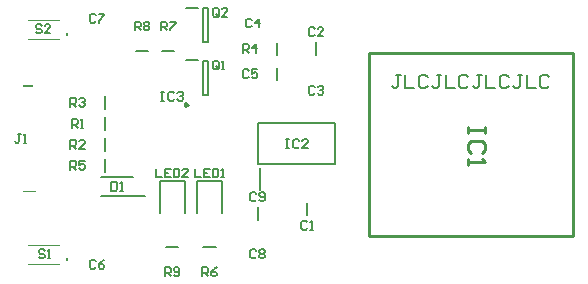
<source format=gto>
%FSTAX23Y23*%
%MOIN*%
%SFA1B1*%

%IPPOS*%
%ADD10C,0.009840*%
%ADD11C,0.007870*%
%ADD12C,0.003940*%
%ADD13C,0.010000*%
%ADD14C,0.007500*%
%ADD15C,0.005000*%
%LNesp32-hwe-1*%
%LPD*%
G54D10*
X00677Y00722D02*
X00669Y00727D01*
Y00718*
X00677Y00722*
G54D11*
X00275Y00205D02*
Y00213D01*
Y00205*
Y00963D02*
Y00955D01*
Y00963*
X00975Y00804D02*
Y00845D01*
X01075Y00354D02*
Y00395D01*
X00604Y00247D02*
X00645D01*
X00389Y00418D02*
X00534D01*
X00389Y00481D02*
X00494D01*
X0091Y00339D02*
Y0038D01*
X00726Y00869D02*
X00743D01*
Y00755D02*
Y00869D01*
X00726Y00755D02*
X00743D01*
X00726D02*
Y00869D01*
X00671Y00871D02*
X00712D01*
X004Y00639D02*
Y0068D01*
Y00569D02*
Y0061D01*
X00918Y00439D02*
Y0051D01*
X00912Y00524D02*
X01168D01*
Y00662*
X00912D02*
X01168D01*
X00912Y00524D02*
Y00662D01*
X00975Y00887D02*
Y00929D01*
X01105Y00889D02*
Y0093D01*
X00729Y00247D02*
X0077D01*
X00591Y009D02*
X00632D01*
X00504D02*
X00545D01*
X00726Y01044D02*
X00743D01*
Y0093D02*
Y01044D01*
X00726Y0093D02*
X00743D01*
X00726D02*
Y01044D01*
X00671Y01046D02*
X00712D01*
X004Y00499D02*
Y0054D01*
Y00709D02*
Y0075D01*
X00583Y00362D02*
Y00468D01*
X00666*
Y00362D02*
Y00468D01*
X00708Y00362D02*
Y00468D01*
X00791*
Y00362D02*
Y00468D01*
G54D12*
X00144Y00256D02*
X00248D01*
X00145Y00193D02*
X00247D01*
X00145Y00943D02*
X00247D01*
X00144Y01006D02*
X00248D01*
X00127Y00434D02*
X00167D01*
X00127D02*
X00167D01*
X00127Y00786D02*
X00157D01*
X00127D02*
Y00787D01*
X00157*
Y00786D02*
Y00787D01*
G54D13*
X0128Y00285D02*
X0196D01*
Y00895*
X0128D02*
X0196D01*
X0128Y00285D02*
Y00895D01*
X01669Y00649D02*
Y00629D01*
Y00639*
X0161*
Y00649*
Y00629*
X01659Y0056D02*
X01669Y0057D01*
Y0059*
X01659Y006*
X0162*
X0161Y0059*
Y0057*
X0162Y0056*
X0161Y0054D02*
Y0052D01*
Y0053*
X01669*
X01659Y0054*
G54D14*
X01387Y00822D02*
X01372D01*
X01379*
Y00785*
X01372Y00777*
X01365*
X01357Y00785*
X01402Y00822D02*
Y00777D01*
X01432*
X01477Y00814D02*
X01469Y00822D01*
X01454*
X01447Y00814*
Y00785*
X01454Y00777*
X01469*
X01477Y00785*
X01522Y00822D02*
X01507D01*
X01514*
Y00785*
X01507Y00777*
X01499*
X01492Y00785*
X01537Y00822D02*
Y00777D01*
X01567*
X01612Y00814D02*
X01604Y00822D01*
X01589*
X01582Y00814*
Y00785*
X01589Y00777*
X01604*
X01612Y00785*
X01657Y00822D02*
X01642D01*
X01649*
Y00785*
X01642Y00777*
X01634*
X01627Y00785*
X01672Y00822D02*
Y00777D01*
X01702*
X01747Y00814D02*
X01739Y00822D01*
X01724*
X01717Y00814*
Y00785*
X01724Y00777*
X01739*
X01747Y00785*
X01792Y00822D02*
X01777D01*
X01784*
Y00785*
X01777Y00777*
X01769*
X01762Y00785*
X01807Y00822D02*
Y00777D01*
X01837*
X01882Y00814D02*
X01874Y00822D01*
X01859*
X01852Y00814*
Y00785*
X01859Y00777*
X01874*
X01882Y00785*
G54D15*
X00285Y00575D02*
Y00605D01*
X003*
X00305Y006*
Y0059*
X003Y00585*
X00285*
X00295D02*
X00305Y00575D01*
X00334D02*
X00315D01*
X00334Y00595*
Y006*
X00329Y00605*
X0032*
X00315Y006*
X0029Y00645D02*
Y00675D01*
X00305*
X0031Y0067*
Y0066*
X00305Y00655*
X0029*
X003D02*
X0031Y00645D01*
X0032D02*
X00329D01*
X00325*
Y00675*
X0032Y0067*
X00587Y00764D02*
X00597D01*
X00592*
Y00735*
X00587*
X00597*
X00632Y0076D02*
X00627Y00764D01*
X00617*
X00612Y0076*
Y0074*
X00617Y00735*
X00627*
X00632Y0074*
X00642Y0076D02*
X00647Y00764D01*
X00657*
X00662Y0076*
Y00755*
X00657Y0075*
X00652*
X00657*
X00662Y00745*
Y0074*
X00657Y00735*
X00647*
X00642Y0074*
X0088Y00835D02*
X00875Y0084D01*
X00865*
X0086Y00835*
Y00815*
X00865Y0081*
X00875*
X0088Y00815*
X00909Y0084D02*
X0089D01*
Y00825*
X009Y0083*
X00904*
X00909Y00825*
Y00815*
X00904Y0081*
X00895*
X0089Y00815*
Y01005D02*
X00885Y01009D01*
X00875*
X0087Y01005*
Y00985*
X00875Y0098*
X00885*
X0089Y00985*
X00914Y0098D02*
Y01009D01*
X009Y00995*
X00919*
X006Y0015D02*
Y0018D01*
X00615*
X0062Y00175*
Y00165*
X00615Y0016*
X006*
X0061D02*
X0062Y0015D01*
X0063Y00155D02*
X00635Y0015D01*
X00644*
X00649Y00155*
Y00175*
X00644Y0018*
X00635*
X0063Y00175*
Y0017*
X00635Y00165*
X00649*
X0012Y00624D02*
X0011D01*
X00115*
Y006*
X0011Y00595*
X00105*
X001Y006*
X0013Y00595D02*
X00139D01*
X00134*
Y00624*
X0013Y0062*
X0019Y00985D02*
X00185Y0099D01*
X00175*
X0017Y00985*
Y0098*
X00175Y00975*
X00185*
X0019Y0097*
Y00965*
X00185Y0096*
X00175*
X0017Y00965*
X00219Y0096D02*
X002D01*
X00219Y0098*
Y00985*
X00214Y0099*
X00205*
X002Y00985*
Y00235D02*
X00195Y0024D01*
X00185*
X0018Y00235*
Y0023*
X00185Y00225*
X00195*
X002Y0022*
Y00215*
X00195Y0021*
X00185*
X0018Y00215*
X0021Y0021D02*
X00219D01*
X00214*
Y0024*
X0021Y00235*
X005Y0097D02*
Y00999D01*
X00515*
X0052Y00995*
Y00985*
X00515Y0098*
X005*
X0051D02*
X0052Y0097D01*
X0053Y00995D02*
X00535Y00999D01*
X00544*
X00549Y00995*
Y0099*
X00544Y00985*
X00549Y0098*
Y00975*
X00544Y0097*
X00535*
X0053Y00975*
Y0098*
X00535Y00985*
X0053Y0099*
Y00995*
X00535Y00985D02*
X00544D01*
X00586Y0097D02*
Y00999D01*
X00601*
X00606Y00995*
Y00985*
X00601Y0098*
X00586*
X00596D02*
X00606Y0097D01*
X00616Y00999D02*
X00636D01*
Y00995*
X00616Y00975*
Y0097*
X00725Y0015D02*
Y0018D01*
X0074*
X00745Y00175*
Y00165*
X0074Y0016*
X00725*
X00735D02*
X00745Y0015D01*
X00774Y0018D02*
X00764Y00175D01*
X00755Y00165*
Y00155*
X0076Y0015*
X00769*
X00774Y00155*
Y0016*
X00769Y00165*
X00755*
X00285Y00715D02*
Y00744D01*
X003*
X00305Y0074*
Y0073*
X003Y00725*
X00285*
X00295D02*
X00305Y00715D01*
X00315Y0074D02*
X0032Y00744D01*
X00329*
X00334Y0074*
Y00735*
X00329Y0073*
X00325*
X00329*
X00334Y00725*
Y0072*
X00329Y00715*
X0032*
X00315Y0072*
X00285Y00505D02*
Y00535D01*
X003*
X00305Y0053*
Y0052*
X003Y00515*
X00285*
X00295D02*
X00305Y00505D01*
X00334Y00535D02*
X00315D01*
Y0052*
X00325Y00525*
X00329*
X00334Y0052*
Y0051*
X00329Y00505*
X0032*
X00315Y0051*
X0086Y00895D02*
Y00925D01*
X00875*
X0088Y0092*
Y0091*
X00875Y00905*
X0086*
X0087D02*
X0088Y00895D01*
X00904D02*
Y00925D01*
X0089Y0091*
X00909*
X0078Y0102D02*
Y0104D01*
X00775Y01044*
X00765*
X0076Y0104*
Y0102*
X00765Y01015*
X00775*
X0077Y01025D02*
X0078Y01015D01*
X00775D02*
X0078Y0102D01*
X00809Y01015D02*
X0079D01*
X00809Y01035*
Y0104*
X00804Y01044*
X00795*
X0079Y0104*
X0078Y00845D02*
Y00865D01*
X00775Y00869*
X00765*
X0076Y00865*
Y00845*
X00765Y0084*
X00775*
X0077Y0085D02*
X0078Y0084D01*
X00775D02*
X0078Y00845D01*
X0079Y0084D02*
X00799D01*
X00795*
Y00869*
X0079Y00865*
X0057Y00509D02*
Y0048D01*
X0059*
X0062Y00509D02*
X006D01*
Y0048*
X0062*
X006Y00495D02*
X0061D01*
X0063Y00509D02*
Y0048D01*
X00644*
X00649Y00485*
Y00505*
X00644Y00509*
X0063*
X00679Y0048D02*
X00659D01*
X00679Y005*
Y00505*
X00674Y00509*
X00664*
X00659Y00505*
X007Y00509D02*
Y0048D01*
X0072*
X0075Y00509D02*
X0073D01*
Y0048*
X0075*
X0073Y00495D02*
X0074D01*
X0076Y00509D02*
Y0048D01*
X00774*
X00779Y00485*
Y00505*
X00774Y00509*
X0076*
X00789Y0048D02*
X00799D01*
X00794*
Y00509*
X00789Y00505*
X01003Y00608D02*
X01013D01*
X01008*
Y00578*
X01003*
X01013*
X01048Y00603D02*
X01043Y00608D01*
X01033*
X01028Y00603*
Y00583*
X01033Y00578*
X01043*
X01048Y00583*
X01078Y00578D02*
X01058D01*
X01078Y00598*
Y00603*
X01073Y00608*
X01063*
X01058Y00603*
X00421Y00464D02*
Y00435D01*
X00436*
X00441Y0044*
Y0046*
X00436Y00464*
X00421*
X00451Y00435D02*
X00461D01*
X00456*
Y00464*
X00451Y0046*
X00905Y00425D02*
X009Y0043D01*
X0089*
X00885Y00425*
Y00405*
X0089Y004*
X009*
X00905Y00405*
X00915D02*
X0092Y004D01*
X00929*
X00934Y00405*
Y00425*
X00929Y0043*
X0092*
X00915Y00425*
Y0042*
X0092Y00415*
X00934*
X00905Y00236D02*
X009Y00241D01*
X0089*
X00885Y00236*
Y00216*
X0089Y00211*
X009*
X00905Y00216*
X00915Y00236D02*
X0092Y00241D01*
X00929*
X00934Y00236*
Y00231*
X00929Y00226*
X00934Y00221*
Y00216*
X00929Y00211*
X0092*
X00915Y00216*
Y00221*
X0092Y00226*
X00915Y00231*
Y00236*
X0092Y00226D02*
X00929D01*
X0037Y0102D02*
X00365Y01024D01*
X00355*
X0035Y0102*
Y01*
X00355Y00995*
X00365*
X0037Y01*
X0038Y01024D02*
X00399D01*
Y0102*
X0038Y01*
Y00995*
X0037Y002D02*
X00365Y00205D01*
X00355*
X0035Y002*
Y0018*
X00355Y00175*
X00365*
X0037Y0018*
X00399Y00205D02*
X0039Y002D01*
X0038Y0019*
Y0018*
X00385Y00175*
X00394*
X00399Y0018*
Y00185*
X00394Y0019*
X0038*
X011Y0078D02*
X01095Y00785D01*
X01085*
X0108Y0078*
Y0076*
X01085Y00755*
X01095*
X011Y0076*
X0111Y0078D02*
X01115Y00785D01*
X01124*
X01129Y0078*
Y00775*
X01124Y0077*
X01119*
X01124*
X01129Y00765*
Y0076*
X01124Y00755*
X01115*
X0111Y0076*
X011Y00975D02*
X01095Y0098D01*
X01085*
X0108Y00975*
Y00955*
X01085Y0095*
X01095*
X011Y00955*
X01129Y0095D02*
X0111D01*
X01129Y0097*
Y00975*
X01124Y0098*
X01115*
X0111Y00975*
X01075Y0033D02*
X0107Y00335D01*
X0106*
X01055Y0033*
Y0031*
X0106Y00305*
X0107*
X01075Y0031*
X01085Y00305D02*
X01094D01*
X0109*
Y00335*
X01085Y0033*
M02*
</source>
